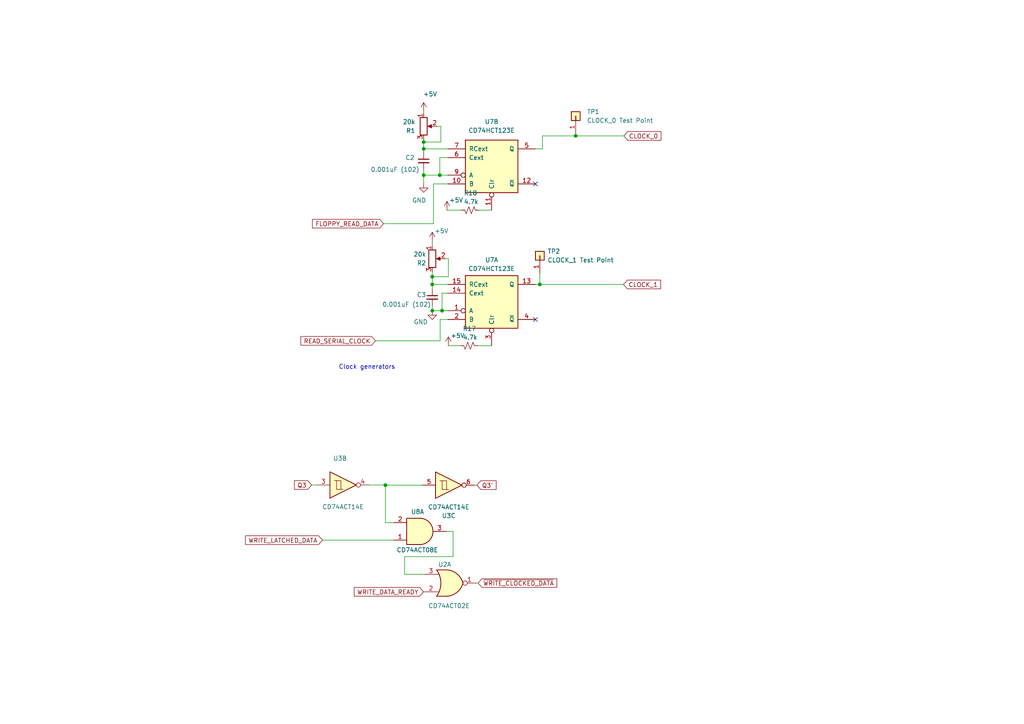
<source format=kicad_sch>
(kicad_sch (version 20230121) (generator eeschema)
  (paper "A4")
  (title_block (title "MicroSci Floppy Controller (clock generation circuits)") (date "2023-08-25") (rev "0.3") (company "RyuCats"))
  (lib_symbols
    (symbol "74xx:74LS02" (pin_names (offset 1.016))
      (property "Reference" "U" (at 0 1.27 0))
      (property "Value" "74LS02" (at 0 -1.27 0))
      (symbol "74LS02_1_1"
        (arc (start -3.81 -3.81) (mid -2.589 0) (end -3.81 3.81) (stroke (width 0.254)))
        (arc (start -0.6096 -3.81) (mid 2.1842 -2.5851) (end 3.81 0) (stroke (width 0.254)) (fill (type background)))
        (polyline (pts (xy -3.81 -3.81) (xy -0.635 -3.81)) (stroke (width 0.254)) (fill (type background)))
        (polyline (pts (xy -3.81 3.81) (xy -0.635 3.81)) (stroke (width 0.254)) (fill (type background)))
        (polyline (pts (xy -0.635 3.81) (xy -3.81 3.81) (xy -3.81 3.81) (xy -3.556 3.4036) (xy -3.0226 2.2606) (xy -2.6924 1.0414) (xy -2.6162 -0.254) (xy -2.7686 -1.4986) (xy -3.175 -2.7178) (xy -3.81 -3.81) (xy -3.81 -3.81) (xy -0.635 -3.81)) (stroke (width -25.4)) (fill (type background)))
        (arc (start 3.81 0) (mid 2.1915 2.5936) (end -0.6096 3.81) (stroke (width 0.254)) (fill (type background)))
        (pin output inverted (at 7.62 0 180) (length 3.81) (name "~") (number "1"))
        (pin input line (at -7.62 2.54 0) (length 4.318) (name "~") (number "2"))
        (pin input line (at -7.62 -2.54 0) (length 4.318) (name "~") (number "3"))
      )
      (symbol "74LS02_1_2"
        (arc (start 0 -3.81) (mid 3.7934 0) (end 0 3.81) (stroke (width 0.254)) (fill (type background)))
        (polyline (pts (xy 0 3.81) (xy -3.81 3.81) (xy -3.81 -3.81) (xy 0 -3.81)) (stroke (width 0.254)) (fill (type background)))
        (pin output line (at 7.62 0 180) (length 3.81) (name "~") (number "1"))
        (pin input inverted (at -7.62 2.54 0) (length 3.81) (name "~") (number "2"))
        (pin input inverted (at -7.62 -2.54 0) (length 3.81) (name "~") (number "3"))
      )
      (symbol "74LS02_2_1"
        (arc (start -3.81 -3.81) (mid -2.589 0) (end -3.81 3.81) (stroke (width 0.254)))
        (arc (start -0.6096 -3.81) (mid 2.1842 -2.5851) (end 3.81 0) (stroke (width 0.254)) (fill (type background)))
        (polyline (pts (xy -3.81 -3.81) (xy -0.635 -3.81)) (stroke (width 0.254)) (fill (type background)))
        (polyline (pts (xy -3.81 3.81) (xy -0.635 3.81)) (stroke (width 0.254)) (fill (type background)))
        (polyline (pts (xy -0.635 3.81) (xy -3.81 3.81) (xy -3.81 3.81) (xy -3.556 3.4036) (xy -3.0226 2.2606) (xy -2.6924 1.0414) (xy -2.6162 -0.254) (xy -2.7686 -1.4986) (xy -3.175 -2.7178) (xy -3.81 -3.81) (xy -3.81 -3.81) (xy -0.635 -3.81)) (stroke (width -25.4)) (fill (type background)))
        (arc (start 3.81 0) (mid 2.1915 2.5936) (end -0.6096 3.81) (stroke (width 0.254)) (fill (type background)))
        (pin output inverted (at 7.62 0 180) (length 3.81) (name "~") (number "4"))
        (pin input line (at -7.62 2.54 0) (length 4.318) (name "~") (number "5"))
        (pin input line (at -7.62 -2.54 0) (length 4.318) (name "~") (number "6"))
      )
      (symbol "74LS02_2_2"
        (arc (start 0 -3.81) (mid 3.7934 0) (end 0 3.81) (stroke (width 0.254)) (fill (type background)))
        (polyline (pts (xy 0 3.81) (xy -3.81 3.81) (xy -3.81 -3.81) (xy 0 -3.81)) (stroke (width 0.254)) (fill (type background)))
        (pin output line (at 7.62 0 180) (length 3.81) (name "~") (number "4"))
        (pin input inverted (at -7.62 2.54 0) (length 3.81) (name "~") (number "5"))
        (pin input inverted (at -7.62 -2.54 0) (length 3.81) (name "~") (number "6"))
      )
      (symbol "74LS02_3_1"
        (arc (start -3.81 -3.81) (mid -2.589 0) (end -3.81 3.81) (stroke (width 0.254)))
        (arc (start -0.6096 -3.81) (mid 2.1842 -2.5851) (end 3.81 0) (stroke (width 0.254)) (fill (type background)))
        (polyline (pts (xy -3.81 -3.81) (xy -0.635 -3.81)) (stroke (width 0.254)) (fill (type background)))
        (polyline (pts (xy -3.81 3.81) (xy -0.635 3.81)) (stroke (width 0.254)) (fill (type background)))
        (polyline (pts (xy -0.635 3.81) (xy -3.81 3.81) (xy -3.81 3.81) (xy -3.556 3.4036) (xy -3.0226 2.2606) (xy -2.6924 1.0414) (xy -2.6162 -0.254) (xy -2.7686 -1.4986) (xy -3.175 -2.7178) (xy -3.81 -3.81) (xy -3.81 -3.81) (xy -0.635 -3.81)) (stroke (width -25.4)) (fill (type background)))
        (arc (start 3.81 0) (mid 2.1915 2.5936) (end -0.6096 3.81) (stroke (width 0.254)) (fill (type background)))
        (pin output inverted (at 7.62 0 180) (length 3.81) (name "~") (number "10"))
        (pin input line (at -7.62 2.54 0) (length 4.318) (name "~") (number "8"))
        (pin input line (at -7.62 -2.54 0) (length 4.318) (name "~") (number "9"))
      )
      (symbol "74LS02_3_2"
        (arc (start 0 -3.81) (mid 3.7934 0) (end 0 3.81) (stroke (width 0.254)) (fill (type background)))
        (polyline (pts (xy 0 3.81) (xy -3.81 3.81) (xy -3.81 -3.81) (xy 0 -3.81)) (stroke (width 0.254)) (fill (type background)))
        (pin output line (at 7.62 0 180) (length 3.81) (name "~") (number "10"))
        (pin input inverted (at -7.62 2.54 0) (length 3.81) (name "~") (number "8"))
        (pin input inverted (at -7.62 -2.54 0) (length 3.81) (name "~") (number "9"))
      )
      (symbol "74LS02_4_1"
        (arc (start -3.81 -3.81) (mid -2.589 0) (end -3.81 3.81) (stroke (width 0.254)))
        (arc (start -0.6096 -3.81) (mid 2.1842 -2.5851) (end 3.81 0) (stroke (width 0.254)) (fill (type background)))
        (polyline (pts (xy -3.81 -3.81) (xy -0.635 -3.81)) (stroke (width 0.254)) (fill (type background)))
        (polyline (pts (xy -3.81 3.81) (xy -0.635 3.81)) (stroke (width 0.254)) (fill (type background)))
        (polyline (pts (xy -0.635 3.81) (xy -3.81 3.81) (xy -3.81 3.81) (xy -3.556 3.4036) (xy -3.0226 2.2606) (xy -2.6924 1.0414) (xy -2.6162 -0.254) (xy -2.7686 -1.4986) (xy -3.175 -2.7178) (xy -3.81 -3.81) (xy -3.81 -3.81) (xy -0.635 -3.81)) (stroke (width -25.4)) (fill (type background)))
        (arc (start 3.81 0) (mid 2.1915 2.5936) (end -0.6096 3.81) (stroke (width 0.254)) (fill (type background)))
        (pin input line (at -7.62 2.54 0) (length 4.318) (name "~") (number "11"))
        (pin input line (at -7.62 -2.54 0) (length 4.318) (name "~") (number "12"))
        (pin output inverted (at 7.62 0 180) (length 3.81) (name "~") (number "13"))
      )
      (symbol "74LS02_4_2"
        (arc (start 0 -3.81) (mid 3.7934 0) (end 0 3.81) (stroke (width 0.254)) (fill (type background)))
        (polyline (pts (xy 0 3.81) (xy -3.81 3.81) (xy -3.81 -3.81) (xy 0 -3.81)) (stroke (width 0.254)) (fill (type background)))
        (pin input inverted (at -7.62 2.54 0) (length 3.81) (name "~") (number "11"))
        (pin input inverted (at -7.62 -2.54 0) (length 3.81) (name "~") (number "12"))
        (pin output line (at 7.62 0 180) (length 3.81) (name "~") (number "13"))
      )
      (symbol "74LS02_5_0"
        (pin power_in line (at 0 12.7 270) (length 5.08) (name "VCC") (number "14"))
        (pin power_in line (at 0 -12.7 90) (length 5.08) (name "GND") (number "7"))
      )
      (symbol "74LS02_5_1"
        (rectangle (start -5.08 7.62) (end 5.08 -7.62) (stroke (width 0.254)) (fill (type background)))
      )
    )
    (symbol "74xx:74LS08" (pin_names (offset 1.016))
      (property "Reference" "U" (at 0 1.27 0))
      (property "Value" "74LS08" (at 0 -1.27 0))
      (symbol "74LS08_1_1"
        (arc (start 0 -3.81) (mid 3.7934 0) (end 0 3.81) (stroke (width 0.254)) (fill (type background)))
        (polyline (pts (xy 0 3.81) (xy -3.81 3.81) (xy -3.81 -3.81) (xy 0 -3.81)) (stroke (width 0.254)) (fill (type background)))
        (pin input line (at -7.62 2.54 0) (length 3.81) (name "~") (number "1"))
        (pin input line (at -7.62 -2.54 0) (length 3.81) (name "~") (number "2"))
        (pin output line (at 7.62 0 180) (length 3.81) (name "~") (number "3"))
      )
      (symbol "74LS08_1_2"
        (arc (start -3.81 -3.81) (mid -2.589 0) (end -3.81 3.81) (stroke (width 0.254)))
        (arc (start -0.6096 -3.81) (mid 2.1842 -2.5851) (end 3.81 0) (stroke (width 0.254)) (fill (type background)))
        (polyline (pts (xy -3.81 -3.81) (xy -0.635 -3.81)) (stroke (width 0.254)) (fill (type background)))
        (polyline (pts (xy -3.81 3.81) (xy -0.635 3.81)) (stroke (width 0.254)) (fill (type background)))
        (polyline (pts (xy -0.635 3.81) (xy -3.81 3.81) (xy -3.81 3.81) (xy -3.556 3.4036) (xy -3.0226 2.2606) (xy -2.6924 1.0414) (xy -2.6162 -0.254) (xy -2.7686 -1.4986) (xy -3.175 -2.7178) (xy -3.81 -3.81) (xy -3.81 -3.81) (xy -0.635 -3.81)) (stroke (width -25.4)) (fill (type background)))
        (arc (start 3.81 0) (mid 2.1915 2.5936) (end -0.6096 3.81) (stroke (width 0.254)) (fill (type background)))
        (pin input inverted (at -7.62 2.54 0) (length 4.318) (name "~") (number "1"))
        (pin input inverted (at -7.62 -2.54 0) (length 4.318) (name "~") (number "2"))
        (pin output inverted (at 7.62 0 180) (length 3.81) (name "~") (number "3"))
      )
      (symbol "74LS08_2_1"
        (arc (start 0 -3.81) (mid 3.7934 0) (end 0 3.81) (stroke (width 0.254)) (fill (type background)))
        (polyline (pts (xy 0 3.81) (xy -3.81 3.81) (xy -3.81 -3.81) (xy 0 -3.81)) (stroke (width 0.254)) (fill (type background)))
        (pin input line (at -7.62 2.54 0) (length 3.81) (name "~") (number "4"))
        (pin input line (at -7.62 -2.54 0) (length 3.81) (name "~") (number "5"))
        (pin output line (at 7.62 0 180) (length 3.81) (name "~") (number "6"))
      )
      (symbol "74LS08_2_2"
        (arc (start -3.81 -3.81) (mid -2.589 0) (end -3.81 3.81) (stroke (width 0.254)))
        (arc (start -0.6096 -3.81) (mid 2.1842 -2.5851) (end 3.81 0) (stroke (width 0.254)) (fill (type background)))
        (polyline (pts (xy -3.81 -3.81) (xy -0.635 -3.81)) (stroke (width 0.254)) (fill (type background)))
        (polyline (pts (xy -3.81 3.81) (xy -0.635 3.81)) (stroke (width 0.254)) (fill (type background)))
        (polyline (pts (xy -0.635 3.81) (xy -3.81 3.81) (xy -3.81 3.81) (xy -3.556 3.4036) (xy -3.0226 2.2606) (xy -2.6924 1.0414) (xy -2.6162 -0.254) (xy -2.7686 -1.4986) (xy -3.175 -2.7178) (xy -3.81 -3.81) (xy -3.81 -3.81) (xy -0.635 -3.81)) (stroke (width -25.4)) (fill (type background)))
        (arc (start 3.81 0) (mid 2.1915 2.5936) (end -0.6096 3.81) (stroke (width 0.254)) (fill (type background)))
        (pin input inverted (at -7.62 2.54 0) (length 4.318) (name "~") (number "4"))
        (pin input inverted (at -7.62 -2.54 0) (length 4.318) (name "~") (number "5"))
        (pin output inverted (at 7.62 0 180) (length 3.81) (name "~") (number "6"))
      )
      (symbol "74LS08_3_1"
        (arc (start 0 -3.81) (mid 3.7934 0) (end 0 3.81) (stroke (width 0.254)) (fill (type background)))
        (polyline (pts (xy 0 3.81) (xy -3.81 3.81) (xy -3.81 -3.81) (xy 0 -3.81)) (stroke (width 0.254)) (fill (type background)))
        (pin input line (at -7.62 -2.54 0) (length 3.81) (name "~") (number "10"))
        (pin output line (at 7.62 0 180) (length 3.81) (name "~") (number "8"))
        (pin input line (at -7.62 2.54 0) (length 3.81) (name "~") (number "9"))
      )
      (symbol "74LS08_3_2"
        (arc (start -3.81 -3.81) (mid -2.589 0) (end -3.81 3.81) (stroke (width 0.254)))
        (arc (start -0.6096 -3.81) (mid 2.1842 -2.5851) (end 3.81 0) (stroke (width 0.254)) (fill (type background)))
        (polyline (pts (xy -3.81 -3.81) (xy -0.635 -3.81)) (stroke (width 0.254)) (fill (type background)))
        (polyline (pts (xy -3.81 3.81) (xy -0.635 3.81)) (stroke (width 0.254)) (fill (type background)))
        (polyline (pts (xy -0.635 3.81) (xy -3.81 3.81) (xy -3.81 3.81) (xy -3.556 3.4036) (xy -3.0226 2.2606) (xy -2.6924 1.0414) (xy -2.6162 -0.254) (xy -2.7686 -1.4986) (xy -3.175 -2.7178) (xy -3.81 -3.81) (xy -3.81 -3.81) (xy -0.635 -3.81)) (stroke (width -25.4)) (fill (type background)))
        (arc (start 3.81 0) (mid 2.1915 2.5936) (end -0.6096 3.81) (stroke (width 0.254)) (fill (type background)))
        (pin input inverted (at -7.62 -2.54 0) (length 4.318) (name "~") (number "10"))
        (pin output inverted (at 7.62 0 180) (length 3.81) (name "~") (number "8"))
        (pin input inverted (at -7.62 2.54 0) (length 4.318) (name "~") (number "9"))
      )
      (symbol "74LS08_4_1"
        (arc (start 0 -3.81) (mid 3.7934 0) (end 0 3.81) (stroke (width 0.254)) (fill (type background)))
        (polyline (pts (xy 0 3.81) (xy -3.81 3.81) (xy -3.81 -3.81) (xy 0 -3.81)) (stroke (width 0.254)) (fill (type background)))
        (pin output line (at 7.62 0 180) (length 3.81) (name "~") (number "11"))
        (pin input line (at -7.62 2.54 0) (length 3.81) (name "~") (number "12"))
        (pin input line (at -7.62 -2.54 0) (length 3.81) (name "~") (number "13"))
      )
      (symbol "74LS08_4_2"
        (arc (start -3.81 -3.81) (mid -2.589 0) (end -3.81 3.81) (stroke (width 0.254)))
        (arc (start -0.6096 -3.81) (mid 2.1842 -2.5851) (end 3.81 0) (stroke (width 0.254)) (fill (type background)))
        (polyline (pts (xy -3.81 -3.81) (xy -0.635 -3.81)) (stroke (width 0.254)) (fill (type background)))
        (polyline (pts (xy -3.81 3.81) (xy -0.635 3.81)) (stroke (width 0.254)) (fill (type background)))
        (polyline (pts (xy -0.635 3.81) (xy -3.81 3.81) (xy -3.81 3.81) (xy -3.556 3.4036) (xy -3.0226 2.2606) (xy -2.6924 1.0414) (xy -2.6162 -0.254) (xy -2.7686 -1.4986) (xy -3.175 -2.7178) (xy -3.81 -3.81) (xy -3.81 -3.81) (xy -0.635 -3.81)) (stroke (width -25.4)) (fill (type background)))
        (arc (start 3.81 0) (mid 2.1915 2.5936) (end -0.6096 3.81) (stroke (width 0.254)) (fill (type background)))
        (pin output inverted (at 7.62 0 180) (length 3.81) (name "~") (number "11"))
        (pin input inverted (at -7.62 2.54 0) (length 4.318) (name "~") (number "12"))
        (pin input inverted (at -7.62 -2.54 0) (length 4.318) (name "~") (number "13"))
      )
      (symbol "74LS08_5_0"
        (pin power_in line (at 0 12.7 270) (length 5.08) (name "VCC") (number "14"))
        (pin power_in line (at 0 -12.7 90) (length 5.08) (name "GND") (number "7"))
      )
      (symbol "74LS08_5_1"
        (rectangle (start -5.08 7.62) (end 5.08 -7.62) (stroke (width 0.254)) (fill (type background)))
      )
    )
    (symbol "74xx:74LS123" (pin_names (offset 1.016))
      (property "Reference" "U" (at -7.62 8.89 0))
      (property "Value" "74LS123" (at -7.62 -8.89 0))
      (symbol "74LS123_1_0"
        (pin input inverted (at -12.7 -2.54 0) (length 5.08) (name "A") (number "1"))
        (pin output line (at 12.7 5.08 180) (length 5.08) (name "Q") (number "13"))
        (pin input line (at -12.7 2.54 0) (length 5.08) (name "Cext") (number "14"))
        (pin input line (at -12.7 5.08 0) (length 5.08) (name "RCext") (number "15"))
        (pin input line (at -12.7 -5.08 0) (length 5.08) (name "B") (number "2"))
        (pin input inverted (at 0 -12.7 90) (length 5.08) (name "Clr") (number "3"))
        (pin output line (at 12.7 -5.08 180) (length 5.08) (name "~{Q}") (number "4"))
      )
      (symbol "74LS123_1_1"
        (rectangle (start -7.62 7.62) (end 7.62 -7.62) (stroke (width 0.254)) (fill (type background)))
      )
      (symbol "74LS123_2_0"
        (pin input line (at -12.7 -5.08 0) (length 5.08) (name "B") (number "10"))
        (pin input inverted (at 0 -12.7 90) (length 5.08) (name "Clr") (number "11"))
        (pin output line (at 12.7 -5.08 180) (length 5.08) (name "~{Q}") (number "12"))
        (pin output line (at 12.7 5.08 180) (length 5.08) (name "Q") (number "5"))
        (pin input line (at -12.7 2.54 0) (length 5.08) (name "Cext") (number "6"))
        (pin input line (at -12.7 5.08 0) (length 5.08) (name "RCext") (number "7"))
        (pin input inverted (at -12.7 -2.54 0) (length 5.08) (name "A") (number "9"))
      )
      (symbol "74LS123_2_1"
        (rectangle (start -7.62 7.62) (end 7.62 -7.62) (stroke (width 0.254)) (fill (type background)))
      )
      (symbol "74LS123_3_0"
        (pin power_in line (at 0 12.7 270) (length 5.08) (name "VCC") (number "16"))
        (pin power_in line (at 0 -12.7 90) (length 5.08) (name "GND") (number "8"))
      )
      (symbol "74LS123_3_1"
        (rectangle (start -5.08 7.62) (end 5.08 -7.62) (stroke (width 0.254)) (fill (type background)))
      )
    )
    (symbol "74xx:74LS14" (pin_names (offset 1.016))
      (property "Reference" "U" (at 0 1.27 0))
      (property "Value" "74LS14" (at 0 -1.27 0))
      (symbol "74LS14_1_0"
        (polyline (pts (xy -3.81 3.81) (xy -3.81 -3.81) (xy 3.81 0) (xy -3.81 3.81)) (stroke (width 0.254)) (fill (type background)))
        (pin input line (at -7.62 0 0) (length 3.81) (name "~") (number "1"))
        (pin output inverted (at 7.62 0 180) (length 3.81) (name "~") (number "2"))
      )
      (symbol "74LS14_1_1"
        (polyline (pts (xy -1.905 -1.27) (xy -1.905 1.27) (xy -0.635 1.27)))
        (polyline (pts (xy -2.54 -1.27) (xy -0.635 -1.27) (xy -0.635 1.27) (xy 0 1.27)))
      )
      (symbol "74LS14_2_0"
        (polyline (pts (xy -3.81 3.81) (xy -3.81 -3.81) (xy 3.81 0) (xy -3.81 3.81)) (stroke (width 0.254)) (fill (type background)))
        (pin input line (at -7.62 0 0) (length 3.81) (name "~") (number "3"))
        (pin output inverted (at 7.62 0 180) (length 3.81) (name "~") (number "4"))
      )
      (symbol "74LS14_2_1"
        (polyline (pts (xy -1.905 -1.27) (xy -1.905 1.27) (xy -0.635 1.27)))
        (polyline (pts (xy -2.54 -1.27) (xy -0.635 -1.27) (xy -0.635 1.27) (xy 0 1.27)))
      )
      (symbol "74LS14_3_0"
        (polyline (pts (xy -3.81 3.81) (xy -3.81 -3.81) (xy 3.81 0) (xy -3.81 3.81)) (stroke (width 0.254)) (fill (type background)))
        (pin input line (at -7.62 0 0) (length 3.81) (name "~") (number "5"))
        (pin output inverted (at 7.62 0 180) (length 3.81) (name "~") (number "6"))
      )
      (symbol "74LS14_3_1"
        (polyline (pts (xy -1.905 -1.27) (xy -1.905 1.27) (xy -0.635 1.27)))
        (polyline (pts (xy -2.54 -1.27) (xy -0.635 -1.27) (xy -0.635 1.27) (xy 0 1.27)))
      )
      (symbol "74LS14_4_0"
        (polyline (pts (xy -3.81 3.81) (xy -3.81 -3.81) (xy 3.81 0) (xy -3.81 3.81)) (stroke (width 0.254)) (fill (type background)))
        (pin output inverted (at 7.62 0 180) (length 3.81) (name "~") (number "8"))
        (pin input line (at -7.62 0 0) (length 3.81) (name "~") (number "9"))
      )
      (symbol "74LS14_4_1"
        (polyline (pts (xy -1.905 -1.27) (xy -1.905 1.27) (xy -0.635 1.27)))
        (polyline (pts (xy -2.54 -1.27) (xy -0.635 -1.27) (xy -0.635 1.27) (xy 0 1.27)))
      )
      (symbol "74LS14_5_0"
        (polyline (pts (xy -3.81 3.81) (xy -3.81 -3.81) (xy 3.81 0) (xy -3.81 3.81)) (stroke (width 0.254)) (fill (type background)))
        (pin output inverted (at 7.62 0 180) (length 3.81) (name "~") (number "10"))
        (pin input line (at -7.62 0 0) (length 3.81) (name "~") (number "11"))
      )
      (symbol "74LS14_5_1"
        (polyline (pts (xy -1.905 -1.27) (xy -1.905 1.27) (xy -0.635 1.27)))
        (polyline (pts (xy -2.54 -1.27) (xy -0.635 -1.27) (xy -0.635 1.27) (xy 0 1.27)))
      )
      (symbol "74LS14_6_0"
        (polyline (pts (xy -3.81 3.81) (xy -3.81 -3.81) (xy 3.81 0) (xy -3.81 3.81)) (stroke (width 0.254)) (fill (type background)))
        (pin output inverted (at 7.62 0 180) (length 3.81) (name "~") (number "12"))
        (pin input line (at -7.62 0 0) (length 3.81) (name "~") (number "13"))
      )
      (symbol "74LS14_6_1"
        (polyline (pts (xy -1.905 -1.27) (xy -1.905 1.27) (xy -0.635 1.27)))
        (polyline (pts (xy -2.54 -1.27) (xy -0.635 -1.27) (xy -0.635 1.27) (xy 0 1.27)))
      )
      (symbol "74LS14_7_0"
        (pin power_in line (at 0 12.7 270) (length 5.08) (name "VCC") (number "14"))
        (pin power_in line (at 0 -12.7 90) (length 5.08) (name "GND") (number "7"))
      )
      (symbol "74LS14_7_1"
        (rectangle (start -5.08 7.62) (end 5.08 -7.62) (stroke (width 0.254)) (fill (type background)))
      )
    )
    (symbol "Connector_Generic:Conn_01x01" (pin_names (offset 1.016) hide)
      (property "Reference" "J" (at 0 2.54 0))
      (property "Value" "Conn_01x01" (at 0 -2.54 0))
      (symbol "Conn_01x01_1_1"
        (rectangle (start -1.27 0.127) (end 0 -0.127) (stroke (width 0.1524)))
        (rectangle (start -1.27 1.27) (end 1.27 -1.27) (stroke (width 0.254)) (fill (type background)))
        (pin passive line (at -5.08 0 0) (length 3.81) (name "Pin_1") (number "1"))
      )
    )
    (symbol "Device:C_Small" (pin_numbers hide) (pin_names (offset 0.254) hide)
      (property "Reference" "C" (at 0.254 1.778 0))
      (property "Value" "C_Small" (at 0.254 -2.032 0))
      (symbol "C_Small_0_1"
        (polyline (pts (xy -1.524 -0.508) (xy 1.524 -0.508)) (stroke (width 0.3302)))
        (polyline (pts (xy -1.524 0.508) (xy 1.524 0.508)) (stroke (width 0.3048)))
      )
      (symbol "C_Small_1_1"
        (pin passive line (at 0 2.54 270) (length 2.032) (name "~") (number "1"))
        (pin passive line (at 0 -2.54 90) (length 2.032) (name "~") (number "2"))
      )
    )
    (symbol "Device:R_Potentiometer" (pin_names (offset 1.016) hide)
      (property "Reference" "RV" (at -4.445 0 90))
      (property "Value" "R_Potentiometer" (at -2.54 0 90))
      (symbol "R_Potentiometer_0_1"
        (polyline (pts (xy 2.54 0) (xy 1.524 0)))
        (polyline (pts (xy 1.143 0) (xy 2.286 0.508) (xy 2.286 -0.508) (xy 1.143 0)) (fill (type outline)))
        (rectangle (start 1.016 2.54) (end -1.016 -2.54) (stroke (width 0.254)))
      )
      (symbol "R_Potentiometer_1_1"
        (pin passive line (at 0 3.81 270) (length 1.27) (name "1") (number "1"))
        (pin passive line (at 3.81 0 180) (length 1.27) (name "2") (number "2"))
        (pin passive line (at 0 -3.81 90) (length 1.27) (name "3") (number "3"))
      )
    )
    (symbol "Device:R_Small_US" (pin_numbers hide) (pin_names (offset 0.254) hide)
      (property "Reference" "R" (at 0.762 0.508 0))
      (property "Value" "R_Small_US" (at 0.762 -1.016 0))
      (symbol "R_Small_US_1_1"
        (polyline (pts (xy 0 0) (xy 1.016 -0.381) (xy 0 -0.762) (xy -1.016 -1.143) (xy 0 -1.524)))
        (polyline (pts (xy 0 1.524) (xy 1.016 1.143) (xy 0 0.762) (xy -1.016 0.381) (xy 0 0)))
        (pin passive line (at 0 2.54 270) (length 1.016) (name "~") (number "1"))
        (pin passive line (at 0 -2.54 90) (length 1.016) (name "~") (number "2"))
      )
    )
    (symbol "power:+5V" (power) (pin_names (offset 0))
      (property "Value" "+5V" (at 0 3.556 0))
      (symbol "+5V_0_1"
        (polyline (pts (xy -0.762 1.27) (xy 0 2.54)))
        (polyline (pts (xy 0 0) (xy 0 2.54)))
        (polyline (pts (xy 0 2.54) (xy 0.762 1.27)))
      )
      (symbol "+5V_1_1"
        (pin power_in line (at 0 0 90) (length 0) hide (name "+5V") (number "1"))
      )
    )
    (symbol "power:GND" (power) (pin_names (offset 0))
      (property "Value" "GND" (at 0 -3.81 0))
      (symbol "GND_0_1"
        (polyline (pts (xy 0 0) (xy 0 -1.27) (xy 1.27 -1.27) (xy 0 -2.54) (xy -1.27 -1.27) (xy 0 -1.27)))
      )
      (symbol "GND_1_1"
        (pin power_in line (at 0 0 270) (length 0) hide (name "GND") (number "1"))
      )
    )
  )
  (junction (at 122.8852 43.18))
  (junction (at 125.3744 90.1192))
  (junction (at 125.3744 82.4992))
  (junction (at 125.3744 80.264))
  (junction (at 166.9796 39.4208))
  (junction (at 128.2192 90.1192))
  (junction (at 122.8852 50.8))
  (junction (at 156.5656 82.4992))
  (junction (at 122.8852 41.1988))
  (junction (at 111.7854 140.716))
  (junction (at 127.5588 50.8))
  (no_connect (at 155.2956 92.6592))
  (no_connect (at 155.2956 53.34))
  (wire (pts (xy 127.5588 45.72) (xy 129.8956 45.72)))
  (wire (pts (xy 127.5588 45.72) (xy 127.5588 50.8)))
  (wire (pts (xy 125.3744 80.264) (xy 125.3744 82.4992)))
  (wire (pts (xy 125.3744 80.264) (xy 130.048 80.264)))
  (wire (pts (xy 127.8636 41.1988) (xy 127.8636 36.6268)))
  (wire (pts (xy 137.7696 140.716) (xy 138.3284 140.716)))
  (wire (pts (xy 111.7854 151.5872) (xy 111.7854 140.716)))
  (wire (pts (xy 125.73 53.34) (xy 125.73 64.8716)))
  (wire (pts (xy 91.8972 140.6652) (xy 90.3732 140.6652)))
  (wire (pts (xy 125.3744 83.7184) (xy 125.3744 82.4992)))
  (wire (pts (xy 131.4196 161.4424) (xy 117.348 161.4424)))
  (wire (pts (xy 128.2192 90.1192) (xy 125.3744 90.1192)))
  (wire (pts (xy 155.2956 82.4992) (xy 156.5656 82.4992)))
  (wire (pts (xy 128.2192 85.0392) (xy 128.2192 90.1192)))
  (wire (pts (xy 166.9796 39.4208) (xy 157.3276 39.4208)))
  (wire (pts (xy 138.8872 60.96) (xy 142.5956 60.96)))
  (wire (pts (xy 155.2956 43.18) (xy 157.3276 43.18)))
  (wire (pts (xy 166.9796 39.4208) (xy 180.9496 39.4208)))
  (wire (pts (xy 131.4196 154.1272) (xy 131.4196 161.4424)))
  (wire (pts (xy 129.8956 85.0392) (xy 128.2192 85.0392)))
  (wire (pts (xy 125.3744 82.4992) (xy 129.8956 82.4992)))
  (wire (pts (xy 114.1476 151.5872) (xy 111.7854 151.5872)))
  (wire (pts (xy 127.5588 50.8) (xy 129.8956 50.8)))
  (wire (pts (xy 122.8852 50.8) (xy 127.5588 50.8)))
  (wire (pts (xy 129.6416 60.96) (xy 133.8072 60.96)))
  (wire (pts (xy 157.3276 39.4208) (xy 157.3276 43.18)))
  (wire (pts (xy 125.73 53.34) (xy 129.8956 53.34)))
  (wire (pts (xy 122.8852 43.18) (xy 129.8956 43.18)))
  (wire (pts (xy 122.8852 49.2252) (xy 122.8852 50.8)))
  (wire (pts (xy 122.8852 50.8) (xy 122.8852 53.2384)))
  (wire (pts (xy 107.1372 140.6652) (xy 111.7854 140.6652)))
  (wire (pts (xy 127.6604 92.6592) (xy 127.6604 98.8568)))
  (wire (pts (xy 125.3744 88.7984) (xy 125.3744 90.1192)))
  (wire (pts (xy 130.048 100.2792) (xy 133.5024 100.2792)))
  (wire (pts (xy 130.048 75.0316) (xy 129.1844 75.0316)))
  (wire (pts (xy 138.5824 100.2792) (xy 142.5956 100.2792)))
  (wire (pts (xy 156.5656 79.248) (xy 156.5656 82.4992)))
  (wire (pts (xy 117.348 166.5732) (xy 122.8344 166.5732)))
  (wire (pts (xy 117.348 161.4424) (xy 117.348 166.5732)))
  (wire (pts (xy 122.8852 41.1988) (xy 127.8636 41.1988)))
  (wire (pts (xy 130.048 80.264) (xy 130.048 75.0316)))
  (wire (pts (xy 122.8852 41.1988) (xy 122.8852 43.18)))
  (wire (pts (xy 93.5228 156.6672) (xy 114.1476 156.6672)))
  (wire (pts (xy 125.3744 78.8416) (xy 125.3744 80.264)))
  (wire (pts (xy 108.9152 98.8568) (xy 127.6604 98.8568)))
  (wire (pts (xy 138.0744 169.1132) (xy 138.684 169.1132)))
  (wire (pts (xy 122.8852 40.4368) (xy 122.8852 41.1988)))
  (wire (pts (xy 127.8636 36.6268) (xy 126.6952 36.6268)))
  (wire (pts (xy 127.6604 92.6592) (xy 129.8956 92.6592)))
  (wire (pts (xy 111.252 64.8716) (xy 125.73 64.8716)))
  (wire (pts (xy 122.8852 43.18) (xy 122.8852 44.1452)))
  (wire (pts (xy 166.9796 38.7604) (xy 166.9796 39.4208)))
  (wire (pts (xy 111.7854 140.716) (xy 111.7854 140.6652)))
  (wire (pts (xy 129.8956 90.1192) (xy 128.2192 90.1192)))
  (wire (pts (xy 111.7854 140.716) (xy 122.5296 140.716)))
  (wire (pts (xy 125.3744 69.9008) (xy 125.3744 71.2216)))
  (wire (pts (xy 156.5656 82.4992) (xy 180.848 82.4992)))
  (wire (pts (xy 122.8852 32.3088) (xy 122.8852 32.8168)))
  (wire (pts (xy 129.3876 154.1272) (xy 131.4196 154.1272)))
  (text "Clock generators" (at 98.1964 107.2896 0) (effects (font (size 1.27 1.27)) (justify left bottom)))
  (global_label "FLOPPY_READ_DATA" (shape input) (at 111.252 64.8716 180) (property "Intersheetrefs" "${INTERSHEET_REFS}" (effects hide)))
  (global_label "~{WRITE_CLOCKED_DATA}" (shape input) (at 138.684 169.1132 0) (property "Intersheetrefs" "${INTERSHEET_REFS}" (effects hide)))
  (global_label "CLOCK_0" (shape input) (at 180.9496 39.4208 0) (property "Intersheetrefs" "${INTERSHEET_REFS}" (effects hide)))
  (global_label "Q3" (shape input) (at 90.3732 140.6652 180) (property "Intersheetrefs" "${INTERSHEET_REFS}" (effects hide)))
  (global_label "CLOCK_1" (shape input) (at 180.848 82.4992 0) (property "Intersheetrefs" "${INTERSHEET_REFS}" (effects hide)))
  (global_label "WRITE_DATA_READY" (shape input) (at 122.8344 171.6532 180) (property "Intersheetrefs" "${INTERSHEET_REFS}" (effects hide)))
  (global_label "Q3'" (shape input) (at 138.3284 140.716 0) (property "Intersheetrefs" "${INTERSHEET_REFS}" (effects hide)))
  (global_label "WRITE_LATCHED_DATA" (shape input) (at 93.5228 156.6672 180) (property "Intersheetrefs" "${INTERSHEET_REFS}" (effects hide)))
  (global_label "READ_SERIAL_CLOCK" (shape input) (at 108.9152 98.8568 180) (property "Intersheetrefs" "${INTERSHEET_REFS}" (effects hide)))
  (symbol (lib_id "power:GND") (at 125.3744 90.1192 0) (unit 1)
    (property "Reference" "#PWR039" (effects hide))
    (property "Value" "GND" (at 122.0216 93.3704 0))
    (instances (project "MicroSci Floppy Controller" (path "" (reference "#PWR039") (unit 1)) (path "" (reference "#PWR041") (unit 1))))
  )
  (symbol (lib_id "74xx:74LS123") (at 142.5956 87.5792 0) (unit 1)
    (property "Reference" "U7" (at 142.5956 75.3872 0))
    (property "Value" "CD74HCT123E" (at 142.5956 77.9272 0))
    (property "Footprint" "Package_DIP:DIP-16_W7.62mm" (effects hide))
    (property "Datasheet" "http://www.ti.com/lit/gpn/sn74LS123" (effects hide))
  )
  (symbol (lib_id "power:+5V") (at 130.048 100.2792 0) (unit 1)
    (property "Reference" "#PWR074" (effects hide))
    (property "Value" "+5V" (at 132.715 97.3582 0))
  )
  (symbol (lib_id "Connector_Generic:Conn_01x01") (at 156.5656 74.168 90) (unit 1)
    (property "Reference" "TP2" (at 158.8008 72.898 90) (effects (justify right)))
    (property "Value" "CLOCK_1 Test Point" (at 158.8008 75.438 90) (effects (justify right)))
    (property "Footprint" "Connector_PinHeader_2.54mm:PinHeader_1x01_P2.54mm_Vertical" (effects hide))
  )
  (symbol (lib_id "power:+5V") (at 129.6416 60.96 0) (unit 1)
    (property "Reference" "#PWR037" (effects hide))
    (property "Value" "+5V" (at 132.3086 58.039 0))
    (instances (project "MicroSci Floppy Controller" (path "" (reference "#PWR037") (unit 1)) (path "" (reference "#PWR039") (unit 1))))
  )
  (symbol (lib_id "power:+5V") (at 125.3744 69.9008 0) (unit 1)
    (property "Reference" "#PWR041" (effects hide))
    (property "Value" "+5V" (at 128.0414 66.9798 0))
    (instances (project "MicroSci Floppy Controller" (path "" (reference "#PWR041") (unit 1)) (path "" (reference "#PWR040") (unit 1))))
  )
  (symbol (lib_id "74xx:74LS08") (at 121.7676 154.1272 0) (mirror x) (unit 1)
    (property "Reference" "U8" (at 121.1072 148.4376 0))
    (property "Value" "CD74ACT08E" (at 121.0564 159.512 0))
    (property "Footprint" "Package_DIP:DIP-14_W7.62mm" (effects hide))
    (property "Datasheet" "http://www.ti.com/lit/gpn/sn74LS08" (effects hide))
  )
  (symbol (lib_id "74xx:74LS02") (at 130.4544 169.1132 0) (mirror x) (unit 1)
    (property "Reference" "U2" (at 128.9812 163.7284 0))
    (property "Value" "CD74ACT02E" (at 130.2512 175.7172 0))
    (property "Footprint" "Package_DIP:DIP-14_W7.62mm" (effects hide))
    (property "Datasheet" "http://www.ti.com/lit/gpn/sn74ls02" (effects hide))
  )
  (symbol (lib_id "Device:C_Small") (at 122.8852 46.6852 0) (unit 1)
    (property "Reference" "C2" (at 117.5512 45.72 0) (effects (justify left)))
    (property "Value" "0.001uF (102)" (at 107.4928 49.1744 0) (effects (justify left)))
    (property "Footprint" "Capacitor_THT:C_Disc_D5.0mm_W2.5mm_P5.00mm" (effects hide))
  )
  (symbol (lib_id "74xx:74LS123") (at 142.5956 48.26 0) (unit 2)
    (property "Reference" "U7" (at 142.5956 35.306 0))
    (property "Value" "CD74HCT123E" (at 142.5956 37.846 0))
    (property "Footprint" "Package_DIP:DIP-16_W7.62mm" (effects hide))
    (property "Datasheet" "http://www.ti.com/lit/gpn/sn74LS123" (effects hide))
  )
  (symbol (lib_id "Device:R_Potentiometer") (at 125.3744 75.0316 0) (unit 1)
    (property "Reference" "R2" (at 123.5964 76.3016 0) (effects (justify right)))
    (property "Value" "20k" (at 123.5964 73.7616 0) (effects (justify right)))
    (property "Footprint" "Potentiometer_THT:Potentiometer_Bourns_3299P_Horizontal" (effects hide))
  )
  (symbol (lib_id "74xx:74LS14") (at 99.5172 140.6652 0) (mirror x) (unit 2)
    (property "Reference" "U3" (at 98.6028 132.9436 0))
    (property "Value" "CD74ACT14E" (at 99.5172 147.0152 0))
    (property "Footprint" "Package_DIP:DIP-14_W7.62mm" (effects hide))
    (property "Datasheet" "http://www.ti.com/lit/gpn/sn74LS14" (effects hide))
  )
  (symbol (lib_id "Connector_Generic:Conn_01x01") (at 166.9796 33.6804 90) (unit 1)
    (property "Reference" "TP1" (at 170.2308 32.4104 90) (effects (justify right)))
    (property "Value" "CLOCK_0 Test Point" (at 170.2308 34.9504 90) (effects (justify right)))
    (property "Footprint" "Connector_PinHeader_2.54mm:PinHeader_1x01_P2.54mm_Vertical" (effects hide))
  )
  (symbol (lib_id "Device:R_Small_US") (at 136.3472 60.96 90) (mirror x) (unit 1)
    (property "Reference" "R18" (at 134.5184 55.9816 90) (effects (justify right)))
    (property "Value" "4.7k" (at 134.5184 58.5216 90) (effects (justify right)))
    (property "Footprint" "Resistor_THT:R_Axial_DIN0207_L6.3mm_D2.5mm_P7.62mm_Horizontal" (effects hide))
  )
  (symbol (lib_id "Device:R_Potentiometer") (at 122.8852 36.6268 0) (unit 1)
    (property "Reference" "R1" (at 120.4722 37.8968 0) (effects (justify right)))
    (property "Value" "20k" (at 120.4722 35.3568 0) (effects (justify right)))
    (property "Footprint" "Potentiometer_THT:Potentiometer_Bourns_3299P_Horizontal" (effects hide))
  )
  (symbol (lib_id "Device:C_Small") (at 125.3744 86.2584 0) (unit 1)
    (property "Reference" "C3" (at 120.904 85.4964 0) (effects (justify left)))
    (property "Value" "0.001uF (102)" (at 110.8456 88.2904 0) (effects (justify left)))
    (property "Footprint" "Capacitor_THT:C_Disc_D5.0mm_W2.5mm_P5.00mm" (effects hide))
  )
  (symbol (lib_id "power:GND") (at 122.8852 53.2384 0) (unit 1)
    (property "Reference" "#PWR040" (effects hide))
    (property "Value" "GND" (at 121.5644 58.1152 0))
    (instances (project "MicroSci Floppy Controller" (path "" (reference "#PWR040") (unit 1)) (path "" (reference "#PWR038") (unit 1))))
  )
  (symbol (lib_id "Device:R_Small_US") (at 136.0424 100.2792 90) (mirror x) (unit 1)
    (property "Reference" "R17" (at 134.2136 95.3008 90) (effects (justify right)))
    (property "Value" "4.7k" (at 134.2136 97.8408 90) (effects (justify right)))
    (property "Footprint" "Resistor_THT:R_Axial_DIN0207_L6.3mm_D2.5mm_P7.62mm_Horizontal" (effects hide))
  )
  (symbol (lib_id "74xx:74LS14") (at 130.1496 140.716 0) (mirror x) (unit 3)
    (property "Reference" "U3" (at 130.1496 149.606 0))
    (property "Value" "CD74ACT14E" (at 130.1496 147.066 0))
    (property "Footprint" "Package_DIP:DIP-14_W7.62mm" (effects hide))
    (property "Datasheet" "http://www.ti.com/lit/gpn/sn74LS14" (effects hide))
  )
  (symbol (lib_id "power:+5V") (at 122.8852 32.3088 0) (unit 1)
    (property "Reference" "#PWR038" (effects hide))
    (property "Value" "+5V" (at 124.7648 27.2796 0))
    (instances (project "MicroSci Floppy Controller" (path "" (reference "#PWR038") (unit 1)) (path "" (reference "#PWR037") (unit 1))))
  )
)
</source>
